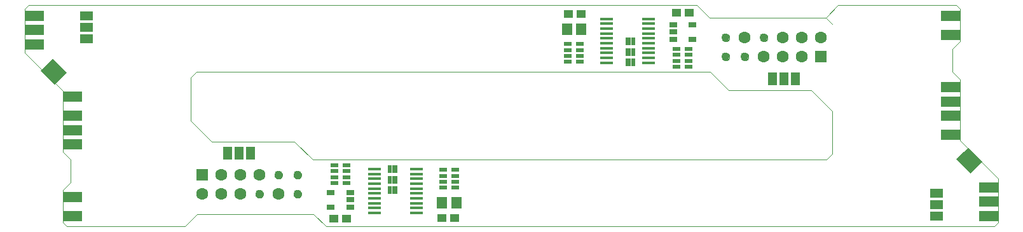
<source format=gts>
G04 EAGLE Gerber X2 export*
%TF.Part,Single*%
%TF.FileFunction,Other,solder mask top*%
%TF.FilePolarity,Positive*%
%TF.GenerationSoftware,Autodesk,EAGLE,9.5.2*%
%TF.CreationDate,2020-03-22T18:46:16Z*%
G75*
%MOMM*%
%FSLAX34Y34*%
%LPD*%
%INsolder mask top*%
%AMOC8*
5,1,8,0,0,1.08239X$1,22.5*%
G01*
%ADD10C,0.000000*%
%ADD11R,2.641600X1.371600*%
%ADD12R,1.371600X2.641600*%
%ADD13R,1.601600X1.601600*%
%ADD14C,1.601600*%
%ADD15C,1.101600*%
%ADD16R,1.270000X1.701800*%
%ADD17R,1.401600X1.601600*%
%ADD18R,1.701600X0.451600*%
%ADD19R,1.000000X0.600000*%
%ADD20R,1.201600X1.101600*%
%ADD21R,0.609600X0.990600*%
%ADD22R,0.152400X1.092200*%
%ADD23R,1.701800X1.270000*%
%ADD24R,1.091600X0.791600*%


D10*
X0Y232410D02*
X50800Y181610D01*
X50800Y100330D01*
X60960Y90170D01*
X60960Y59690D01*
X50800Y49530D01*
X50800Y6350D01*
X55880Y1270D01*
X213360Y1270D01*
X0Y232410D02*
X0Y290830D01*
X5080Y295910D01*
X220980Y199390D02*
X220980Y142240D01*
X220980Y199390D02*
X228600Y207010D01*
X913130Y207010D01*
X895350Y295910D02*
X5080Y295910D01*
X913130Y207010D02*
X937260Y182880D01*
X1047750Y182880D01*
X911860Y279400D02*
X895350Y295910D01*
X911860Y279400D02*
X1066800Y279400D01*
X1075690Y270510D01*
X1245870Y115570D02*
X1296670Y64770D01*
X1245870Y115570D02*
X1245870Y196850D01*
X1235710Y207010D01*
X1235710Y237490D01*
X1245870Y247650D01*
X1245870Y290830D01*
X1240790Y295910D01*
X1083310Y295910D01*
X1296670Y64770D02*
X1296670Y6350D01*
X1291590Y1270D01*
X1075690Y97790D02*
X1075690Y154940D01*
X1075690Y97790D02*
X1068070Y90170D01*
X383540Y90170D01*
X401320Y1270D02*
X1291590Y1270D01*
X383540Y90170D02*
X359410Y114300D01*
X248920Y114300D01*
X384810Y17780D02*
X401320Y1270D01*
X384810Y17780D02*
X229870Y17780D01*
X1066800Y279400D02*
X1083310Y295910D01*
X1047750Y182880D02*
X1075690Y154940D01*
X248920Y114300D02*
X220980Y142240D01*
X229870Y17780D02*
X213360Y1270D01*
D11*
X63500Y110490D03*
X63500Y173990D03*
X63500Y129540D03*
X63500Y40640D03*
D12*
G36*
X56098Y206330D02*
X46400Y196632D01*
X27722Y215310D01*
X37420Y225008D01*
X56098Y206330D01*
G37*
D11*
X63500Y15240D03*
X63500Y148590D03*
D12*
G36*
X49748Y199980D02*
X40050Y190282D01*
X21372Y208960D01*
X31070Y218658D01*
X49748Y199980D01*
G37*
D13*
X1060450Y227330D03*
D14*
X1060450Y252730D03*
X1035050Y227330D03*
X1035050Y252730D03*
X1009650Y227330D03*
X1009650Y252730D03*
X958850Y252730D03*
D10*
X953850Y227330D02*
X953852Y227471D01*
X953858Y227612D01*
X953868Y227752D01*
X953882Y227892D01*
X953900Y228032D01*
X953921Y228171D01*
X953947Y228310D01*
X953976Y228448D01*
X954010Y228584D01*
X954047Y228720D01*
X954088Y228855D01*
X954133Y228989D01*
X954182Y229121D01*
X954234Y229252D01*
X954290Y229381D01*
X954350Y229508D01*
X954413Y229634D01*
X954479Y229758D01*
X954550Y229881D01*
X954623Y230001D01*
X954700Y230119D01*
X954780Y230235D01*
X954864Y230348D01*
X954950Y230459D01*
X955040Y230568D01*
X955133Y230674D01*
X955228Y230777D01*
X955327Y230878D01*
X955428Y230976D01*
X955532Y231071D01*
X955639Y231163D01*
X955748Y231252D01*
X955860Y231337D01*
X955974Y231420D01*
X956090Y231500D01*
X956209Y231576D01*
X956330Y231648D01*
X956452Y231718D01*
X956577Y231783D01*
X956703Y231846D01*
X956831Y231904D01*
X956961Y231959D01*
X957092Y232011D01*
X957225Y232058D01*
X957359Y232102D01*
X957494Y232143D01*
X957630Y232179D01*
X957767Y232211D01*
X957905Y232240D01*
X958043Y232265D01*
X958183Y232285D01*
X958323Y232302D01*
X958463Y232315D01*
X958604Y232324D01*
X958744Y232329D01*
X958885Y232330D01*
X959026Y232327D01*
X959167Y232320D01*
X959307Y232309D01*
X959447Y232294D01*
X959587Y232275D01*
X959726Y232253D01*
X959864Y232226D01*
X960002Y232196D01*
X960138Y232161D01*
X960274Y232123D01*
X960408Y232081D01*
X960542Y232035D01*
X960674Y231986D01*
X960804Y231932D01*
X960933Y231875D01*
X961060Y231815D01*
X961186Y231751D01*
X961309Y231683D01*
X961431Y231612D01*
X961551Y231538D01*
X961668Y231460D01*
X961783Y231379D01*
X961896Y231295D01*
X962007Y231208D01*
X962115Y231117D01*
X962220Y231024D01*
X962323Y230927D01*
X962423Y230828D01*
X962520Y230726D01*
X962614Y230621D01*
X962705Y230514D01*
X962793Y230404D01*
X962878Y230292D01*
X962960Y230177D01*
X963039Y230060D01*
X963114Y229941D01*
X963186Y229820D01*
X963254Y229697D01*
X963319Y229572D01*
X963381Y229445D01*
X963438Y229316D01*
X963493Y229186D01*
X963543Y229055D01*
X963590Y228922D01*
X963633Y228788D01*
X963672Y228652D01*
X963707Y228516D01*
X963739Y228379D01*
X963766Y228241D01*
X963790Y228102D01*
X963810Y227962D01*
X963826Y227822D01*
X963838Y227682D01*
X963846Y227541D01*
X963850Y227400D01*
X963850Y227260D01*
X963846Y227119D01*
X963838Y226978D01*
X963826Y226838D01*
X963810Y226698D01*
X963790Y226558D01*
X963766Y226419D01*
X963739Y226281D01*
X963707Y226144D01*
X963672Y226008D01*
X963633Y225872D01*
X963590Y225738D01*
X963543Y225605D01*
X963493Y225474D01*
X963438Y225344D01*
X963381Y225215D01*
X963319Y225088D01*
X963254Y224963D01*
X963186Y224840D01*
X963114Y224719D01*
X963039Y224600D01*
X962960Y224483D01*
X962878Y224368D01*
X962793Y224256D01*
X962705Y224146D01*
X962614Y224039D01*
X962520Y223934D01*
X962423Y223832D01*
X962323Y223733D01*
X962220Y223636D01*
X962115Y223543D01*
X962007Y223452D01*
X961896Y223365D01*
X961783Y223281D01*
X961668Y223200D01*
X961551Y223122D01*
X961431Y223048D01*
X961309Y222977D01*
X961186Y222909D01*
X961060Y222845D01*
X960933Y222785D01*
X960804Y222728D01*
X960674Y222674D01*
X960542Y222625D01*
X960408Y222579D01*
X960274Y222537D01*
X960138Y222499D01*
X960002Y222464D01*
X959864Y222434D01*
X959726Y222407D01*
X959587Y222385D01*
X959447Y222366D01*
X959307Y222351D01*
X959167Y222340D01*
X959026Y222333D01*
X958885Y222330D01*
X958744Y222331D01*
X958604Y222336D01*
X958463Y222345D01*
X958323Y222358D01*
X958183Y222375D01*
X958043Y222395D01*
X957905Y222420D01*
X957767Y222449D01*
X957630Y222481D01*
X957494Y222517D01*
X957359Y222558D01*
X957225Y222602D01*
X957092Y222649D01*
X956961Y222701D01*
X956831Y222756D01*
X956703Y222814D01*
X956577Y222877D01*
X956452Y222942D01*
X956330Y223012D01*
X956209Y223084D01*
X956090Y223160D01*
X955974Y223240D01*
X955860Y223323D01*
X955748Y223408D01*
X955639Y223497D01*
X955532Y223589D01*
X955428Y223684D01*
X955327Y223782D01*
X955228Y223883D01*
X955133Y223986D01*
X955040Y224092D01*
X954950Y224201D01*
X954864Y224312D01*
X954780Y224425D01*
X954700Y224541D01*
X954623Y224659D01*
X954550Y224779D01*
X954479Y224902D01*
X954413Y225026D01*
X954350Y225152D01*
X954290Y225279D01*
X954234Y225408D01*
X954182Y225539D01*
X954133Y225671D01*
X954088Y225805D01*
X954047Y225940D01*
X954010Y226076D01*
X953976Y226212D01*
X953947Y226350D01*
X953921Y226489D01*
X953900Y226628D01*
X953882Y226768D01*
X953868Y226908D01*
X953858Y227048D01*
X953852Y227189D01*
X953850Y227330D01*
D15*
X958850Y227330D03*
D10*
X928450Y227330D02*
X928452Y227471D01*
X928458Y227612D01*
X928468Y227752D01*
X928482Y227892D01*
X928500Y228032D01*
X928521Y228171D01*
X928547Y228310D01*
X928576Y228448D01*
X928610Y228584D01*
X928647Y228720D01*
X928688Y228855D01*
X928733Y228989D01*
X928782Y229121D01*
X928834Y229252D01*
X928890Y229381D01*
X928950Y229508D01*
X929013Y229634D01*
X929079Y229758D01*
X929150Y229881D01*
X929223Y230001D01*
X929300Y230119D01*
X929380Y230235D01*
X929464Y230348D01*
X929550Y230459D01*
X929640Y230568D01*
X929733Y230674D01*
X929828Y230777D01*
X929927Y230878D01*
X930028Y230976D01*
X930132Y231071D01*
X930239Y231163D01*
X930348Y231252D01*
X930460Y231337D01*
X930574Y231420D01*
X930690Y231500D01*
X930809Y231576D01*
X930930Y231648D01*
X931052Y231718D01*
X931177Y231783D01*
X931303Y231846D01*
X931431Y231904D01*
X931561Y231959D01*
X931692Y232011D01*
X931825Y232058D01*
X931959Y232102D01*
X932094Y232143D01*
X932230Y232179D01*
X932367Y232211D01*
X932505Y232240D01*
X932643Y232265D01*
X932783Y232285D01*
X932923Y232302D01*
X933063Y232315D01*
X933204Y232324D01*
X933344Y232329D01*
X933485Y232330D01*
X933626Y232327D01*
X933767Y232320D01*
X933907Y232309D01*
X934047Y232294D01*
X934187Y232275D01*
X934326Y232253D01*
X934464Y232226D01*
X934602Y232196D01*
X934738Y232161D01*
X934874Y232123D01*
X935008Y232081D01*
X935142Y232035D01*
X935274Y231986D01*
X935404Y231932D01*
X935533Y231875D01*
X935660Y231815D01*
X935786Y231751D01*
X935909Y231683D01*
X936031Y231612D01*
X936151Y231538D01*
X936268Y231460D01*
X936383Y231379D01*
X936496Y231295D01*
X936607Y231208D01*
X936715Y231117D01*
X936820Y231024D01*
X936923Y230927D01*
X937023Y230828D01*
X937120Y230726D01*
X937214Y230621D01*
X937305Y230514D01*
X937393Y230404D01*
X937478Y230292D01*
X937560Y230177D01*
X937639Y230060D01*
X937714Y229941D01*
X937786Y229820D01*
X937854Y229697D01*
X937919Y229572D01*
X937981Y229445D01*
X938038Y229316D01*
X938093Y229186D01*
X938143Y229055D01*
X938190Y228922D01*
X938233Y228788D01*
X938272Y228652D01*
X938307Y228516D01*
X938339Y228379D01*
X938366Y228241D01*
X938390Y228102D01*
X938410Y227962D01*
X938426Y227822D01*
X938438Y227682D01*
X938446Y227541D01*
X938450Y227400D01*
X938450Y227260D01*
X938446Y227119D01*
X938438Y226978D01*
X938426Y226838D01*
X938410Y226698D01*
X938390Y226558D01*
X938366Y226419D01*
X938339Y226281D01*
X938307Y226144D01*
X938272Y226008D01*
X938233Y225872D01*
X938190Y225738D01*
X938143Y225605D01*
X938093Y225474D01*
X938038Y225344D01*
X937981Y225215D01*
X937919Y225088D01*
X937854Y224963D01*
X937786Y224840D01*
X937714Y224719D01*
X937639Y224600D01*
X937560Y224483D01*
X937478Y224368D01*
X937393Y224256D01*
X937305Y224146D01*
X937214Y224039D01*
X937120Y223934D01*
X937023Y223832D01*
X936923Y223733D01*
X936820Y223636D01*
X936715Y223543D01*
X936607Y223452D01*
X936496Y223365D01*
X936383Y223281D01*
X936268Y223200D01*
X936151Y223122D01*
X936031Y223048D01*
X935909Y222977D01*
X935786Y222909D01*
X935660Y222845D01*
X935533Y222785D01*
X935404Y222728D01*
X935274Y222674D01*
X935142Y222625D01*
X935008Y222579D01*
X934874Y222537D01*
X934738Y222499D01*
X934602Y222464D01*
X934464Y222434D01*
X934326Y222407D01*
X934187Y222385D01*
X934047Y222366D01*
X933907Y222351D01*
X933767Y222340D01*
X933626Y222333D01*
X933485Y222330D01*
X933344Y222331D01*
X933204Y222336D01*
X933063Y222345D01*
X932923Y222358D01*
X932783Y222375D01*
X932643Y222395D01*
X932505Y222420D01*
X932367Y222449D01*
X932230Y222481D01*
X932094Y222517D01*
X931959Y222558D01*
X931825Y222602D01*
X931692Y222649D01*
X931561Y222701D01*
X931431Y222756D01*
X931303Y222814D01*
X931177Y222877D01*
X931052Y222942D01*
X930930Y223012D01*
X930809Y223084D01*
X930690Y223160D01*
X930574Y223240D01*
X930460Y223323D01*
X930348Y223408D01*
X930239Y223497D01*
X930132Y223589D01*
X930028Y223684D01*
X929927Y223782D01*
X929828Y223883D01*
X929733Y223986D01*
X929640Y224092D01*
X929550Y224201D01*
X929464Y224312D01*
X929380Y224425D01*
X929300Y224541D01*
X929223Y224659D01*
X929150Y224779D01*
X929079Y224902D01*
X929013Y225026D01*
X928950Y225152D01*
X928890Y225279D01*
X928834Y225408D01*
X928782Y225539D01*
X928733Y225671D01*
X928688Y225805D01*
X928647Y225940D01*
X928610Y226076D01*
X928576Y226212D01*
X928547Y226350D01*
X928521Y226489D01*
X928500Y226628D01*
X928482Y226768D01*
X928468Y226908D01*
X928458Y227048D01*
X928452Y227189D01*
X928450Y227330D01*
D15*
X933450Y227330D03*
D10*
X928450Y252730D02*
X928452Y252871D01*
X928458Y253012D01*
X928468Y253152D01*
X928482Y253292D01*
X928500Y253432D01*
X928521Y253571D01*
X928547Y253710D01*
X928576Y253848D01*
X928610Y253984D01*
X928647Y254120D01*
X928688Y254255D01*
X928733Y254389D01*
X928782Y254521D01*
X928834Y254652D01*
X928890Y254781D01*
X928950Y254908D01*
X929013Y255034D01*
X929079Y255158D01*
X929150Y255281D01*
X929223Y255401D01*
X929300Y255519D01*
X929380Y255635D01*
X929464Y255748D01*
X929550Y255859D01*
X929640Y255968D01*
X929733Y256074D01*
X929828Y256177D01*
X929927Y256278D01*
X930028Y256376D01*
X930132Y256471D01*
X930239Y256563D01*
X930348Y256652D01*
X930460Y256737D01*
X930574Y256820D01*
X930690Y256900D01*
X930809Y256976D01*
X930930Y257048D01*
X931052Y257118D01*
X931177Y257183D01*
X931303Y257246D01*
X931431Y257304D01*
X931561Y257359D01*
X931692Y257411D01*
X931825Y257458D01*
X931959Y257502D01*
X932094Y257543D01*
X932230Y257579D01*
X932367Y257611D01*
X932505Y257640D01*
X932643Y257665D01*
X932783Y257685D01*
X932923Y257702D01*
X933063Y257715D01*
X933204Y257724D01*
X933344Y257729D01*
X933485Y257730D01*
X933626Y257727D01*
X933767Y257720D01*
X933907Y257709D01*
X934047Y257694D01*
X934187Y257675D01*
X934326Y257653D01*
X934464Y257626D01*
X934602Y257596D01*
X934738Y257561D01*
X934874Y257523D01*
X935008Y257481D01*
X935142Y257435D01*
X935274Y257386D01*
X935404Y257332D01*
X935533Y257275D01*
X935660Y257215D01*
X935786Y257151D01*
X935909Y257083D01*
X936031Y257012D01*
X936151Y256938D01*
X936268Y256860D01*
X936383Y256779D01*
X936496Y256695D01*
X936607Y256608D01*
X936715Y256517D01*
X936820Y256424D01*
X936923Y256327D01*
X937023Y256228D01*
X937120Y256126D01*
X937214Y256021D01*
X937305Y255914D01*
X937393Y255804D01*
X937478Y255692D01*
X937560Y255577D01*
X937639Y255460D01*
X937714Y255341D01*
X937786Y255220D01*
X937854Y255097D01*
X937919Y254972D01*
X937981Y254845D01*
X938038Y254716D01*
X938093Y254586D01*
X938143Y254455D01*
X938190Y254322D01*
X938233Y254188D01*
X938272Y254052D01*
X938307Y253916D01*
X938339Y253779D01*
X938366Y253641D01*
X938390Y253502D01*
X938410Y253362D01*
X938426Y253222D01*
X938438Y253082D01*
X938446Y252941D01*
X938450Y252800D01*
X938450Y252660D01*
X938446Y252519D01*
X938438Y252378D01*
X938426Y252238D01*
X938410Y252098D01*
X938390Y251958D01*
X938366Y251819D01*
X938339Y251681D01*
X938307Y251544D01*
X938272Y251408D01*
X938233Y251272D01*
X938190Y251138D01*
X938143Y251005D01*
X938093Y250874D01*
X938038Y250744D01*
X937981Y250615D01*
X937919Y250488D01*
X937854Y250363D01*
X937786Y250240D01*
X937714Y250119D01*
X937639Y250000D01*
X937560Y249883D01*
X937478Y249768D01*
X937393Y249656D01*
X937305Y249546D01*
X937214Y249439D01*
X937120Y249334D01*
X937023Y249232D01*
X936923Y249133D01*
X936820Y249036D01*
X936715Y248943D01*
X936607Y248852D01*
X936496Y248765D01*
X936383Y248681D01*
X936268Y248600D01*
X936151Y248522D01*
X936031Y248448D01*
X935909Y248377D01*
X935786Y248309D01*
X935660Y248245D01*
X935533Y248185D01*
X935404Y248128D01*
X935274Y248074D01*
X935142Y248025D01*
X935008Y247979D01*
X934874Y247937D01*
X934738Y247899D01*
X934602Y247864D01*
X934464Y247834D01*
X934326Y247807D01*
X934187Y247785D01*
X934047Y247766D01*
X933907Y247751D01*
X933767Y247740D01*
X933626Y247733D01*
X933485Y247730D01*
X933344Y247731D01*
X933204Y247736D01*
X933063Y247745D01*
X932923Y247758D01*
X932783Y247775D01*
X932643Y247795D01*
X932505Y247820D01*
X932367Y247849D01*
X932230Y247881D01*
X932094Y247917D01*
X931959Y247958D01*
X931825Y248002D01*
X931692Y248049D01*
X931561Y248101D01*
X931431Y248156D01*
X931303Y248214D01*
X931177Y248277D01*
X931052Y248342D01*
X930930Y248412D01*
X930809Y248484D01*
X930690Y248560D01*
X930574Y248640D01*
X930460Y248723D01*
X930348Y248808D01*
X930239Y248897D01*
X930132Y248989D01*
X930028Y249084D01*
X929927Y249182D01*
X929828Y249283D01*
X929733Y249386D01*
X929640Y249492D01*
X929550Y249601D01*
X929464Y249712D01*
X929380Y249825D01*
X929300Y249941D01*
X929223Y250059D01*
X929150Y250179D01*
X929079Y250302D01*
X929013Y250426D01*
X928950Y250552D01*
X928890Y250679D01*
X928834Y250808D01*
X928782Y250939D01*
X928733Y251071D01*
X928688Y251205D01*
X928647Y251340D01*
X928610Y251476D01*
X928576Y251612D01*
X928547Y251750D01*
X928521Y251889D01*
X928500Y252028D01*
X928482Y252168D01*
X928468Y252308D01*
X928458Y252448D01*
X928452Y252589D01*
X928450Y252730D01*
D15*
X933450Y252730D03*
D14*
X984250Y227330D03*
D10*
X979250Y252730D02*
X979252Y252871D01*
X979258Y253012D01*
X979268Y253152D01*
X979282Y253292D01*
X979300Y253432D01*
X979321Y253571D01*
X979347Y253710D01*
X979376Y253848D01*
X979410Y253984D01*
X979447Y254120D01*
X979488Y254255D01*
X979533Y254389D01*
X979582Y254521D01*
X979634Y254652D01*
X979690Y254781D01*
X979750Y254908D01*
X979813Y255034D01*
X979879Y255158D01*
X979950Y255281D01*
X980023Y255401D01*
X980100Y255519D01*
X980180Y255635D01*
X980264Y255748D01*
X980350Y255859D01*
X980440Y255968D01*
X980533Y256074D01*
X980628Y256177D01*
X980727Y256278D01*
X980828Y256376D01*
X980932Y256471D01*
X981039Y256563D01*
X981148Y256652D01*
X981260Y256737D01*
X981374Y256820D01*
X981490Y256900D01*
X981609Y256976D01*
X981730Y257048D01*
X981852Y257118D01*
X981977Y257183D01*
X982103Y257246D01*
X982231Y257304D01*
X982361Y257359D01*
X982492Y257411D01*
X982625Y257458D01*
X982759Y257502D01*
X982894Y257543D01*
X983030Y257579D01*
X983167Y257611D01*
X983305Y257640D01*
X983443Y257665D01*
X983583Y257685D01*
X983723Y257702D01*
X983863Y257715D01*
X984004Y257724D01*
X984144Y257729D01*
X984285Y257730D01*
X984426Y257727D01*
X984567Y257720D01*
X984707Y257709D01*
X984847Y257694D01*
X984987Y257675D01*
X985126Y257653D01*
X985264Y257626D01*
X985402Y257596D01*
X985538Y257561D01*
X985674Y257523D01*
X985808Y257481D01*
X985942Y257435D01*
X986074Y257386D01*
X986204Y257332D01*
X986333Y257275D01*
X986460Y257215D01*
X986586Y257151D01*
X986709Y257083D01*
X986831Y257012D01*
X986951Y256938D01*
X987068Y256860D01*
X987183Y256779D01*
X987296Y256695D01*
X987407Y256608D01*
X987515Y256517D01*
X987620Y256424D01*
X987723Y256327D01*
X987823Y256228D01*
X987920Y256126D01*
X988014Y256021D01*
X988105Y255914D01*
X988193Y255804D01*
X988278Y255692D01*
X988360Y255577D01*
X988439Y255460D01*
X988514Y255341D01*
X988586Y255220D01*
X988654Y255097D01*
X988719Y254972D01*
X988781Y254845D01*
X988838Y254716D01*
X988893Y254586D01*
X988943Y254455D01*
X988990Y254322D01*
X989033Y254188D01*
X989072Y254052D01*
X989107Y253916D01*
X989139Y253779D01*
X989166Y253641D01*
X989190Y253502D01*
X989210Y253362D01*
X989226Y253222D01*
X989238Y253082D01*
X989246Y252941D01*
X989250Y252800D01*
X989250Y252660D01*
X989246Y252519D01*
X989238Y252378D01*
X989226Y252238D01*
X989210Y252098D01*
X989190Y251958D01*
X989166Y251819D01*
X989139Y251681D01*
X989107Y251544D01*
X989072Y251408D01*
X989033Y251272D01*
X988990Y251138D01*
X988943Y251005D01*
X988893Y250874D01*
X988838Y250744D01*
X988781Y250615D01*
X988719Y250488D01*
X988654Y250363D01*
X988586Y250240D01*
X988514Y250119D01*
X988439Y250000D01*
X988360Y249883D01*
X988278Y249768D01*
X988193Y249656D01*
X988105Y249546D01*
X988014Y249439D01*
X987920Y249334D01*
X987823Y249232D01*
X987723Y249133D01*
X987620Y249036D01*
X987515Y248943D01*
X987407Y248852D01*
X987296Y248765D01*
X987183Y248681D01*
X987068Y248600D01*
X986951Y248522D01*
X986831Y248448D01*
X986709Y248377D01*
X986586Y248309D01*
X986460Y248245D01*
X986333Y248185D01*
X986204Y248128D01*
X986074Y248074D01*
X985942Y248025D01*
X985808Y247979D01*
X985674Y247937D01*
X985538Y247899D01*
X985402Y247864D01*
X985264Y247834D01*
X985126Y247807D01*
X984987Y247785D01*
X984847Y247766D01*
X984707Y247751D01*
X984567Y247740D01*
X984426Y247733D01*
X984285Y247730D01*
X984144Y247731D01*
X984004Y247736D01*
X983863Y247745D01*
X983723Y247758D01*
X983583Y247775D01*
X983443Y247795D01*
X983305Y247820D01*
X983167Y247849D01*
X983030Y247881D01*
X982894Y247917D01*
X982759Y247958D01*
X982625Y248002D01*
X982492Y248049D01*
X982361Y248101D01*
X982231Y248156D01*
X982103Y248214D01*
X981977Y248277D01*
X981852Y248342D01*
X981730Y248412D01*
X981609Y248484D01*
X981490Y248560D01*
X981374Y248640D01*
X981260Y248723D01*
X981148Y248808D01*
X981039Y248897D01*
X980932Y248989D01*
X980828Y249084D01*
X980727Y249182D01*
X980628Y249283D01*
X980533Y249386D01*
X980440Y249492D01*
X980350Y249601D01*
X980264Y249712D01*
X980180Y249825D01*
X980100Y249941D01*
X980023Y250059D01*
X979950Y250179D01*
X979879Y250302D01*
X979813Y250426D01*
X979750Y250552D01*
X979690Y250679D01*
X979634Y250808D01*
X979582Y250939D01*
X979533Y251071D01*
X979488Y251205D01*
X979447Y251340D01*
X979410Y251476D01*
X979376Y251612D01*
X979347Y251750D01*
X979321Y251889D01*
X979300Y252028D01*
X979282Y252168D01*
X979268Y252308D01*
X979258Y252448D01*
X979252Y252589D01*
X979250Y252730D01*
D15*
X984250Y252730D03*
D16*
X1026160Y198120D03*
X1010920Y198120D03*
X995680Y198120D03*
D17*
X722020Y264160D03*
X741020Y264160D03*
D18*
X774640Y277870D03*
X774640Y271370D03*
X774640Y264870D03*
X774640Y258370D03*
X774640Y251870D03*
X774640Y245370D03*
X774640Y238870D03*
X774640Y232370D03*
X774640Y225870D03*
X774640Y219370D03*
X830640Y219370D03*
X830640Y225870D03*
X830640Y232370D03*
X830640Y238870D03*
X830640Y245370D03*
X830640Y251870D03*
X830640Y258370D03*
X830640Y264870D03*
X830640Y271370D03*
X830640Y277870D03*
D19*
X739520Y220410D03*
X739520Y228410D03*
X739520Y236410D03*
X739520Y244410D03*
X723520Y244410D03*
X723520Y236410D03*
X723520Y228410D03*
X723520Y220410D03*
D11*
X12700Y243840D03*
X12700Y262890D03*
X12700Y281940D03*
D19*
X868300Y238060D03*
X868300Y230060D03*
X868300Y222060D03*
X868300Y214060D03*
X884300Y214060D03*
X884300Y222060D03*
X884300Y230060D03*
X884300Y238060D03*
D20*
X741290Y284480D03*
X724290Y284480D03*
D21*
X802640Y247650D03*
X810260Y247650D03*
D22*
X806450Y247650D03*
D21*
X802640Y233680D03*
X810260Y233680D03*
D22*
X806450Y233680D03*
D21*
X802640Y219710D03*
X810260Y219710D03*
D22*
X806450Y219710D03*
D23*
X82550Y281940D03*
X82550Y266700D03*
X82550Y251460D03*
D24*
X863400Y269850D03*
X863400Y260350D03*
X863400Y250850D03*
X889300Y250850D03*
X889300Y269850D03*
D20*
X884800Y285750D03*
X867800Y285750D03*
D11*
X1233170Y186690D03*
X1233170Y123190D03*
X1233170Y167640D03*
X1233170Y256540D03*
D12*
G36*
X1240572Y90850D02*
X1250270Y100548D01*
X1268948Y81870D01*
X1259250Y72172D01*
X1240572Y90850D01*
G37*
D11*
X1233170Y281940D03*
X1233170Y148590D03*
D12*
G36*
X1246922Y97200D02*
X1256620Y106898D01*
X1275298Y88220D01*
X1265600Y78522D01*
X1246922Y97200D01*
G37*
D13*
X236220Y69850D03*
D14*
X236220Y44450D03*
X261620Y69850D03*
X261620Y44450D03*
X287020Y69850D03*
X287020Y44450D03*
X337820Y44450D03*
D10*
X332820Y69850D02*
X332822Y69991D01*
X332828Y70132D01*
X332838Y70272D01*
X332852Y70412D01*
X332870Y70552D01*
X332891Y70691D01*
X332917Y70830D01*
X332946Y70968D01*
X332980Y71104D01*
X333017Y71240D01*
X333058Y71375D01*
X333103Y71509D01*
X333152Y71641D01*
X333204Y71772D01*
X333260Y71901D01*
X333320Y72028D01*
X333383Y72154D01*
X333449Y72278D01*
X333520Y72401D01*
X333593Y72521D01*
X333670Y72639D01*
X333750Y72755D01*
X333834Y72868D01*
X333920Y72979D01*
X334010Y73088D01*
X334103Y73194D01*
X334198Y73297D01*
X334297Y73398D01*
X334398Y73496D01*
X334502Y73591D01*
X334609Y73683D01*
X334718Y73772D01*
X334830Y73857D01*
X334944Y73940D01*
X335060Y74020D01*
X335179Y74096D01*
X335300Y74168D01*
X335422Y74238D01*
X335547Y74303D01*
X335673Y74366D01*
X335801Y74424D01*
X335931Y74479D01*
X336062Y74531D01*
X336195Y74578D01*
X336329Y74622D01*
X336464Y74663D01*
X336600Y74699D01*
X336737Y74731D01*
X336875Y74760D01*
X337013Y74785D01*
X337153Y74805D01*
X337293Y74822D01*
X337433Y74835D01*
X337574Y74844D01*
X337714Y74849D01*
X337855Y74850D01*
X337996Y74847D01*
X338137Y74840D01*
X338277Y74829D01*
X338417Y74814D01*
X338557Y74795D01*
X338696Y74773D01*
X338834Y74746D01*
X338972Y74716D01*
X339108Y74681D01*
X339244Y74643D01*
X339378Y74601D01*
X339512Y74555D01*
X339644Y74506D01*
X339774Y74452D01*
X339903Y74395D01*
X340030Y74335D01*
X340156Y74271D01*
X340279Y74203D01*
X340401Y74132D01*
X340521Y74058D01*
X340638Y73980D01*
X340753Y73899D01*
X340866Y73815D01*
X340977Y73728D01*
X341085Y73637D01*
X341190Y73544D01*
X341293Y73447D01*
X341393Y73348D01*
X341490Y73246D01*
X341584Y73141D01*
X341675Y73034D01*
X341763Y72924D01*
X341848Y72812D01*
X341930Y72697D01*
X342009Y72580D01*
X342084Y72461D01*
X342156Y72340D01*
X342224Y72217D01*
X342289Y72092D01*
X342351Y71965D01*
X342408Y71836D01*
X342463Y71706D01*
X342513Y71575D01*
X342560Y71442D01*
X342603Y71308D01*
X342642Y71172D01*
X342677Y71036D01*
X342709Y70899D01*
X342736Y70761D01*
X342760Y70622D01*
X342780Y70482D01*
X342796Y70342D01*
X342808Y70202D01*
X342816Y70061D01*
X342820Y69920D01*
X342820Y69780D01*
X342816Y69639D01*
X342808Y69498D01*
X342796Y69358D01*
X342780Y69218D01*
X342760Y69078D01*
X342736Y68939D01*
X342709Y68801D01*
X342677Y68664D01*
X342642Y68528D01*
X342603Y68392D01*
X342560Y68258D01*
X342513Y68125D01*
X342463Y67994D01*
X342408Y67864D01*
X342351Y67735D01*
X342289Y67608D01*
X342224Y67483D01*
X342156Y67360D01*
X342084Y67239D01*
X342009Y67120D01*
X341930Y67003D01*
X341848Y66888D01*
X341763Y66776D01*
X341675Y66666D01*
X341584Y66559D01*
X341490Y66454D01*
X341393Y66352D01*
X341293Y66253D01*
X341190Y66156D01*
X341085Y66063D01*
X340977Y65972D01*
X340866Y65885D01*
X340753Y65801D01*
X340638Y65720D01*
X340521Y65642D01*
X340401Y65568D01*
X340279Y65497D01*
X340156Y65429D01*
X340030Y65365D01*
X339903Y65305D01*
X339774Y65248D01*
X339644Y65194D01*
X339512Y65145D01*
X339378Y65099D01*
X339244Y65057D01*
X339108Y65019D01*
X338972Y64984D01*
X338834Y64954D01*
X338696Y64927D01*
X338557Y64905D01*
X338417Y64886D01*
X338277Y64871D01*
X338137Y64860D01*
X337996Y64853D01*
X337855Y64850D01*
X337714Y64851D01*
X337574Y64856D01*
X337433Y64865D01*
X337293Y64878D01*
X337153Y64895D01*
X337013Y64915D01*
X336875Y64940D01*
X336737Y64969D01*
X336600Y65001D01*
X336464Y65037D01*
X336329Y65078D01*
X336195Y65122D01*
X336062Y65169D01*
X335931Y65221D01*
X335801Y65276D01*
X335673Y65334D01*
X335547Y65397D01*
X335422Y65462D01*
X335300Y65532D01*
X335179Y65604D01*
X335060Y65680D01*
X334944Y65760D01*
X334830Y65843D01*
X334718Y65928D01*
X334609Y66017D01*
X334502Y66109D01*
X334398Y66204D01*
X334297Y66302D01*
X334198Y66403D01*
X334103Y66506D01*
X334010Y66612D01*
X333920Y66721D01*
X333834Y66832D01*
X333750Y66945D01*
X333670Y67061D01*
X333593Y67179D01*
X333520Y67299D01*
X333449Y67422D01*
X333383Y67546D01*
X333320Y67672D01*
X333260Y67799D01*
X333204Y67928D01*
X333152Y68059D01*
X333103Y68191D01*
X333058Y68325D01*
X333017Y68460D01*
X332980Y68596D01*
X332946Y68732D01*
X332917Y68870D01*
X332891Y69009D01*
X332870Y69148D01*
X332852Y69288D01*
X332838Y69428D01*
X332828Y69568D01*
X332822Y69709D01*
X332820Y69850D01*
D15*
X337820Y69850D03*
D10*
X358220Y69850D02*
X358222Y69991D01*
X358228Y70132D01*
X358238Y70272D01*
X358252Y70412D01*
X358270Y70552D01*
X358291Y70691D01*
X358317Y70830D01*
X358346Y70968D01*
X358380Y71104D01*
X358417Y71240D01*
X358458Y71375D01*
X358503Y71509D01*
X358552Y71641D01*
X358604Y71772D01*
X358660Y71901D01*
X358720Y72028D01*
X358783Y72154D01*
X358849Y72278D01*
X358920Y72401D01*
X358993Y72521D01*
X359070Y72639D01*
X359150Y72755D01*
X359234Y72868D01*
X359320Y72979D01*
X359410Y73088D01*
X359503Y73194D01*
X359598Y73297D01*
X359697Y73398D01*
X359798Y73496D01*
X359902Y73591D01*
X360009Y73683D01*
X360118Y73772D01*
X360230Y73857D01*
X360344Y73940D01*
X360460Y74020D01*
X360579Y74096D01*
X360700Y74168D01*
X360822Y74238D01*
X360947Y74303D01*
X361073Y74366D01*
X361201Y74424D01*
X361331Y74479D01*
X361462Y74531D01*
X361595Y74578D01*
X361729Y74622D01*
X361864Y74663D01*
X362000Y74699D01*
X362137Y74731D01*
X362275Y74760D01*
X362413Y74785D01*
X362553Y74805D01*
X362693Y74822D01*
X362833Y74835D01*
X362974Y74844D01*
X363114Y74849D01*
X363255Y74850D01*
X363396Y74847D01*
X363537Y74840D01*
X363677Y74829D01*
X363817Y74814D01*
X363957Y74795D01*
X364096Y74773D01*
X364234Y74746D01*
X364372Y74716D01*
X364508Y74681D01*
X364644Y74643D01*
X364778Y74601D01*
X364912Y74555D01*
X365044Y74506D01*
X365174Y74452D01*
X365303Y74395D01*
X365430Y74335D01*
X365556Y74271D01*
X365679Y74203D01*
X365801Y74132D01*
X365921Y74058D01*
X366038Y73980D01*
X366153Y73899D01*
X366266Y73815D01*
X366377Y73728D01*
X366485Y73637D01*
X366590Y73544D01*
X366693Y73447D01*
X366793Y73348D01*
X366890Y73246D01*
X366984Y73141D01*
X367075Y73034D01*
X367163Y72924D01*
X367248Y72812D01*
X367330Y72697D01*
X367409Y72580D01*
X367484Y72461D01*
X367556Y72340D01*
X367624Y72217D01*
X367689Y72092D01*
X367751Y71965D01*
X367808Y71836D01*
X367863Y71706D01*
X367913Y71575D01*
X367960Y71442D01*
X368003Y71308D01*
X368042Y71172D01*
X368077Y71036D01*
X368109Y70899D01*
X368136Y70761D01*
X368160Y70622D01*
X368180Y70482D01*
X368196Y70342D01*
X368208Y70202D01*
X368216Y70061D01*
X368220Y69920D01*
X368220Y69780D01*
X368216Y69639D01*
X368208Y69498D01*
X368196Y69358D01*
X368180Y69218D01*
X368160Y69078D01*
X368136Y68939D01*
X368109Y68801D01*
X368077Y68664D01*
X368042Y68528D01*
X368003Y68392D01*
X367960Y68258D01*
X367913Y68125D01*
X367863Y67994D01*
X367808Y67864D01*
X367751Y67735D01*
X367689Y67608D01*
X367624Y67483D01*
X367556Y67360D01*
X367484Y67239D01*
X367409Y67120D01*
X367330Y67003D01*
X367248Y66888D01*
X367163Y66776D01*
X367075Y66666D01*
X366984Y66559D01*
X366890Y66454D01*
X366793Y66352D01*
X366693Y66253D01*
X366590Y66156D01*
X366485Y66063D01*
X366377Y65972D01*
X366266Y65885D01*
X366153Y65801D01*
X366038Y65720D01*
X365921Y65642D01*
X365801Y65568D01*
X365679Y65497D01*
X365556Y65429D01*
X365430Y65365D01*
X365303Y65305D01*
X365174Y65248D01*
X365044Y65194D01*
X364912Y65145D01*
X364778Y65099D01*
X364644Y65057D01*
X364508Y65019D01*
X364372Y64984D01*
X364234Y64954D01*
X364096Y64927D01*
X363957Y64905D01*
X363817Y64886D01*
X363677Y64871D01*
X363537Y64860D01*
X363396Y64853D01*
X363255Y64850D01*
X363114Y64851D01*
X362974Y64856D01*
X362833Y64865D01*
X362693Y64878D01*
X362553Y64895D01*
X362413Y64915D01*
X362275Y64940D01*
X362137Y64969D01*
X362000Y65001D01*
X361864Y65037D01*
X361729Y65078D01*
X361595Y65122D01*
X361462Y65169D01*
X361331Y65221D01*
X361201Y65276D01*
X361073Y65334D01*
X360947Y65397D01*
X360822Y65462D01*
X360700Y65532D01*
X360579Y65604D01*
X360460Y65680D01*
X360344Y65760D01*
X360230Y65843D01*
X360118Y65928D01*
X360009Y66017D01*
X359902Y66109D01*
X359798Y66204D01*
X359697Y66302D01*
X359598Y66403D01*
X359503Y66506D01*
X359410Y66612D01*
X359320Y66721D01*
X359234Y66832D01*
X359150Y66945D01*
X359070Y67061D01*
X358993Y67179D01*
X358920Y67299D01*
X358849Y67422D01*
X358783Y67546D01*
X358720Y67672D01*
X358660Y67799D01*
X358604Y67928D01*
X358552Y68059D01*
X358503Y68191D01*
X358458Y68325D01*
X358417Y68460D01*
X358380Y68596D01*
X358346Y68732D01*
X358317Y68870D01*
X358291Y69009D01*
X358270Y69148D01*
X358252Y69288D01*
X358238Y69428D01*
X358228Y69568D01*
X358222Y69709D01*
X358220Y69850D01*
D15*
X363220Y69850D03*
D10*
X358220Y44450D02*
X358222Y44591D01*
X358228Y44732D01*
X358238Y44872D01*
X358252Y45012D01*
X358270Y45152D01*
X358291Y45291D01*
X358317Y45430D01*
X358346Y45568D01*
X358380Y45704D01*
X358417Y45840D01*
X358458Y45975D01*
X358503Y46109D01*
X358552Y46241D01*
X358604Y46372D01*
X358660Y46501D01*
X358720Y46628D01*
X358783Y46754D01*
X358849Y46878D01*
X358920Y47001D01*
X358993Y47121D01*
X359070Y47239D01*
X359150Y47355D01*
X359234Y47468D01*
X359320Y47579D01*
X359410Y47688D01*
X359503Y47794D01*
X359598Y47897D01*
X359697Y47998D01*
X359798Y48096D01*
X359902Y48191D01*
X360009Y48283D01*
X360118Y48372D01*
X360230Y48457D01*
X360344Y48540D01*
X360460Y48620D01*
X360579Y48696D01*
X360700Y48768D01*
X360822Y48838D01*
X360947Y48903D01*
X361073Y48966D01*
X361201Y49024D01*
X361331Y49079D01*
X361462Y49131D01*
X361595Y49178D01*
X361729Y49222D01*
X361864Y49263D01*
X362000Y49299D01*
X362137Y49331D01*
X362275Y49360D01*
X362413Y49385D01*
X362553Y49405D01*
X362693Y49422D01*
X362833Y49435D01*
X362974Y49444D01*
X363114Y49449D01*
X363255Y49450D01*
X363396Y49447D01*
X363537Y49440D01*
X363677Y49429D01*
X363817Y49414D01*
X363957Y49395D01*
X364096Y49373D01*
X364234Y49346D01*
X364372Y49316D01*
X364508Y49281D01*
X364644Y49243D01*
X364778Y49201D01*
X364912Y49155D01*
X365044Y49106D01*
X365174Y49052D01*
X365303Y48995D01*
X365430Y48935D01*
X365556Y48871D01*
X365679Y48803D01*
X365801Y48732D01*
X365921Y48658D01*
X366038Y48580D01*
X366153Y48499D01*
X366266Y48415D01*
X366377Y48328D01*
X366485Y48237D01*
X366590Y48144D01*
X366693Y48047D01*
X366793Y47948D01*
X366890Y47846D01*
X366984Y47741D01*
X367075Y47634D01*
X367163Y47524D01*
X367248Y47412D01*
X367330Y47297D01*
X367409Y47180D01*
X367484Y47061D01*
X367556Y46940D01*
X367624Y46817D01*
X367689Y46692D01*
X367751Y46565D01*
X367808Y46436D01*
X367863Y46306D01*
X367913Y46175D01*
X367960Y46042D01*
X368003Y45908D01*
X368042Y45772D01*
X368077Y45636D01*
X368109Y45499D01*
X368136Y45361D01*
X368160Y45222D01*
X368180Y45082D01*
X368196Y44942D01*
X368208Y44802D01*
X368216Y44661D01*
X368220Y44520D01*
X368220Y44380D01*
X368216Y44239D01*
X368208Y44098D01*
X368196Y43958D01*
X368180Y43818D01*
X368160Y43678D01*
X368136Y43539D01*
X368109Y43401D01*
X368077Y43264D01*
X368042Y43128D01*
X368003Y42992D01*
X367960Y42858D01*
X367913Y42725D01*
X367863Y42594D01*
X367808Y42464D01*
X367751Y42335D01*
X367689Y42208D01*
X367624Y42083D01*
X367556Y41960D01*
X367484Y41839D01*
X367409Y41720D01*
X367330Y41603D01*
X367248Y41488D01*
X367163Y41376D01*
X367075Y41266D01*
X366984Y41159D01*
X366890Y41054D01*
X366793Y40952D01*
X366693Y40853D01*
X366590Y40756D01*
X366485Y40663D01*
X366377Y40572D01*
X366266Y40485D01*
X366153Y40401D01*
X366038Y40320D01*
X365921Y40242D01*
X365801Y40168D01*
X365679Y40097D01*
X365556Y40029D01*
X365430Y39965D01*
X365303Y39905D01*
X365174Y39848D01*
X365044Y39794D01*
X364912Y39745D01*
X364778Y39699D01*
X364644Y39657D01*
X364508Y39619D01*
X364372Y39584D01*
X364234Y39554D01*
X364096Y39527D01*
X363957Y39505D01*
X363817Y39486D01*
X363677Y39471D01*
X363537Y39460D01*
X363396Y39453D01*
X363255Y39450D01*
X363114Y39451D01*
X362974Y39456D01*
X362833Y39465D01*
X362693Y39478D01*
X362553Y39495D01*
X362413Y39515D01*
X362275Y39540D01*
X362137Y39569D01*
X362000Y39601D01*
X361864Y39637D01*
X361729Y39678D01*
X361595Y39722D01*
X361462Y39769D01*
X361331Y39821D01*
X361201Y39876D01*
X361073Y39934D01*
X360947Y39997D01*
X360822Y40062D01*
X360700Y40132D01*
X360579Y40204D01*
X360460Y40280D01*
X360344Y40360D01*
X360230Y40443D01*
X360118Y40528D01*
X360009Y40617D01*
X359902Y40709D01*
X359798Y40804D01*
X359697Y40902D01*
X359598Y41003D01*
X359503Y41106D01*
X359410Y41212D01*
X359320Y41321D01*
X359234Y41432D01*
X359150Y41545D01*
X359070Y41661D01*
X358993Y41779D01*
X358920Y41899D01*
X358849Y42022D01*
X358783Y42146D01*
X358720Y42272D01*
X358660Y42399D01*
X358604Y42528D01*
X358552Y42659D01*
X358503Y42791D01*
X358458Y42925D01*
X358417Y43060D01*
X358380Y43196D01*
X358346Y43332D01*
X358317Y43470D01*
X358291Y43609D01*
X358270Y43748D01*
X358252Y43888D01*
X358238Y44028D01*
X358228Y44168D01*
X358222Y44309D01*
X358220Y44450D01*
D15*
X363220Y44450D03*
D14*
X312420Y69850D03*
D10*
X307420Y44450D02*
X307422Y44591D01*
X307428Y44732D01*
X307438Y44872D01*
X307452Y45012D01*
X307470Y45152D01*
X307491Y45291D01*
X307517Y45430D01*
X307546Y45568D01*
X307580Y45704D01*
X307617Y45840D01*
X307658Y45975D01*
X307703Y46109D01*
X307752Y46241D01*
X307804Y46372D01*
X307860Y46501D01*
X307920Y46628D01*
X307983Y46754D01*
X308049Y46878D01*
X308120Y47001D01*
X308193Y47121D01*
X308270Y47239D01*
X308350Y47355D01*
X308434Y47468D01*
X308520Y47579D01*
X308610Y47688D01*
X308703Y47794D01*
X308798Y47897D01*
X308897Y47998D01*
X308998Y48096D01*
X309102Y48191D01*
X309209Y48283D01*
X309318Y48372D01*
X309430Y48457D01*
X309544Y48540D01*
X309660Y48620D01*
X309779Y48696D01*
X309900Y48768D01*
X310022Y48838D01*
X310147Y48903D01*
X310273Y48966D01*
X310401Y49024D01*
X310531Y49079D01*
X310662Y49131D01*
X310795Y49178D01*
X310929Y49222D01*
X311064Y49263D01*
X311200Y49299D01*
X311337Y49331D01*
X311475Y49360D01*
X311613Y49385D01*
X311753Y49405D01*
X311893Y49422D01*
X312033Y49435D01*
X312174Y49444D01*
X312314Y49449D01*
X312455Y49450D01*
X312596Y49447D01*
X312737Y49440D01*
X312877Y49429D01*
X313017Y49414D01*
X313157Y49395D01*
X313296Y49373D01*
X313434Y49346D01*
X313572Y49316D01*
X313708Y49281D01*
X313844Y49243D01*
X313978Y49201D01*
X314112Y49155D01*
X314244Y49106D01*
X314374Y49052D01*
X314503Y48995D01*
X314630Y48935D01*
X314756Y48871D01*
X314879Y48803D01*
X315001Y48732D01*
X315121Y48658D01*
X315238Y48580D01*
X315353Y48499D01*
X315466Y48415D01*
X315577Y48328D01*
X315685Y48237D01*
X315790Y48144D01*
X315893Y48047D01*
X315993Y47948D01*
X316090Y47846D01*
X316184Y47741D01*
X316275Y47634D01*
X316363Y47524D01*
X316448Y47412D01*
X316530Y47297D01*
X316609Y47180D01*
X316684Y47061D01*
X316756Y46940D01*
X316824Y46817D01*
X316889Y46692D01*
X316951Y46565D01*
X317008Y46436D01*
X317063Y46306D01*
X317113Y46175D01*
X317160Y46042D01*
X317203Y45908D01*
X317242Y45772D01*
X317277Y45636D01*
X317309Y45499D01*
X317336Y45361D01*
X317360Y45222D01*
X317380Y45082D01*
X317396Y44942D01*
X317408Y44802D01*
X317416Y44661D01*
X317420Y44520D01*
X317420Y44380D01*
X317416Y44239D01*
X317408Y44098D01*
X317396Y43958D01*
X317380Y43818D01*
X317360Y43678D01*
X317336Y43539D01*
X317309Y43401D01*
X317277Y43264D01*
X317242Y43128D01*
X317203Y42992D01*
X317160Y42858D01*
X317113Y42725D01*
X317063Y42594D01*
X317008Y42464D01*
X316951Y42335D01*
X316889Y42208D01*
X316824Y42083D01*
X316756Y41960D01*
X316684Y41839D01*
X316609Y41720D01*
X316530Y41603D01*
X316448Y41488D01*
X316363Y41376D01*
X316275Y41266D01*
X316184Y41159D01*
X316090Y41054D01*
X315993Y40952D01*
X315893Y40853D01*
X315790Y40756D01*
X315685Y40663D01*
X315577Y40572D01*
X315466Y40485D01*
X315353Y40401D01*
X315238Y40320D01*
X315121Y40242D01*
X315001Y40168D01*
X314879Y40097D01*
X314756Y40029D01*
X314630Y39965D01*
X314503Y39905D01*
X314374Y39848D01*
X314244Y39794D01*
X314112Y39745D01*
X313978Y39699D01*
X313844Y39657D01*
X313708Y39619D01*
X313572Y39584D01*
X313434Y39554D01*
X313296Y39527D01*
X313157Y39505D01*
X313017Y39486D01*
X312877Y39471D01*
X312737Y39460D01*
X312596Y39453D01*
X312455Y39450D01*
X312314Y39451D01*
X312174Y39456D01*
X312033Y39465D01*
X311893Y39478D01*
X311753Y39495D01*
X311613Y39515D01*
X311475Y39540D01*
X311337Y39569D01*
X311200Y39601D01*
X311064Y39637D01*
X310929Y39678D01*
X310795Y39722D01*
X310662Y39769D01*
X310531Y39821D01*
X310401Y39876D01*
X310273Y39934D01*
X310147Y39997D01*
X310022Y40062D01*
X309900Y40132D01*
X309779Y40204D01*
X309660Y40280D01*
X309544Y40360D01*
X309430Y40443D01*
X309318Y40528D01*
X309209Y40617D01*
X309102Y40709D01*
X308998Y40804D01*
X308897Y40902D01*
X308798Y41003D01*
X308703Y41106D01*
X308610Y41212D01*
X308520Y41321D01*
X308434Y41432D01*
X308350Y41545D01*
X308270Y41661D01*
X308193Y41779D01*
X308120Y41899D01*
X308049Y42022D01*
X307983Y42146D01*
X307920Y42272D01*
X307860Y42399D01*
X307804Y42528D01*
X307752Y42659D01*
X307703Y42791D01*
X307658Y42925D01*
X307617Y43060D01*
X307580Y43196D01*
X307546Y43332D01*
X307517Y43470D01*
X307491Y43609D01*
X307470Y43748D01*
X307452Y43888D01*
X307438Y44028D01*
X307428Y44168D01*
X307422Y44309D01*
X307420Y44450D01*
D15*
X312420Y44450D03*
D16*
X270510Y99060D03*
X285750Y99060D03*
X300990Y99060D03*
D17*
X574650Y33020D03*
X555650Y33020D03*
D18*
X522030Y19310D03*
X522030Y25810D03*
X522030Y32310D03*
X522030Y38810D03*
X522030Y45310D03*
X522030Y51810D03*
X522030Y58310D03*
X522030Y64810D03*
X522030Y71310D03*
X522030Y77810D03*
X466030Y77810D03*
X466030Y71310D03*
X466030Y64810D03*
X466030Y58310D03*
X466030Y51810D03*
X466030Y45310D03*
X466030Y38810D03*
X466030Y32310D03*
X466030Y25810D03*
X466030Y19310D03*
D19*
X557150Y76770D03*
X557150Y68770D03*
X557150Y60770D03*
X557150Y52770D03*
X573150Y52770D03*
X573150Y60770D03*
X573150Y68770D03*
X573150Y76770D03*
D11*
X1283970Y53340D03*
X1283970Y34290D03*
X1283970Y15240D03*
D19*
X428370Y59120D03*
X428370Y67120D03*
X428370Y75120D03*
X428370Y83120D03*
X412370Y83120D03*
X412370Y75120D03*
X412370Y67120D03*
X412370Y59120D03*
D20*
X555380Y12700D03*
X572380Y12700D03*
D21*
X494030Y49530D03*
X486410Y49530D03*
D22*
X490220Y49530D03*
D21*
X494030Y63500D03*
X486410Y63500D03*
D22*
X490220Y63500D03*
D21*
X494030Y77470D03*
X486410Y77470D03*
D22*
X490220Y77470D03*
D23*
X1214120Y15240D03*
X1214120Y30480D03*
X1214120Y45720D03*
D24*
X433270Y27330D03*
X433270Y36830D03*
X433270Y46330D03*
X407370Y46330D03*
X407370Y27330D03*
D20*
X411870Y11430D03*
X428870Y11430D03*
M02*

</source>
